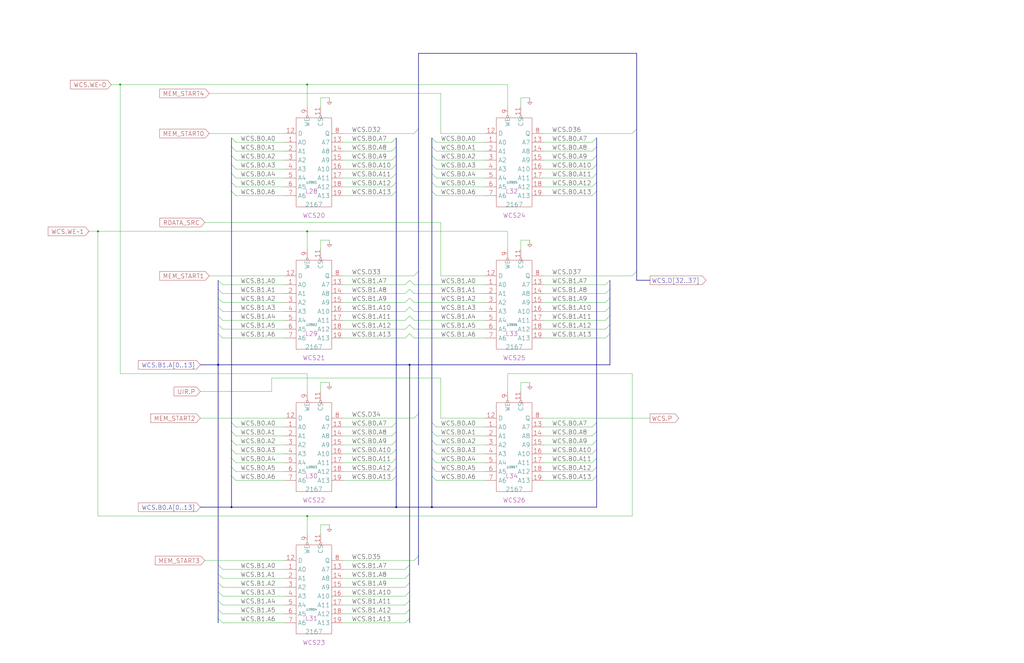
<source format=kicad_sch>
(kicad_sch (version 20230121) (generator eeschema)
  (paper "User" 584.2 378.46)
  (title_block (title "WRITABLE CONTROL STORE\\nBITS 32 to 37 AND PARITY") (date "20-MAR-90") (rev "1.0") (comment 1 "FIU") (comment 2 "232-003065") (comment 3 "S400") (comment 4 "RELEASED"))
  (lib_symbols
    (symbol "r1000:2167" (pin_names (offset 1.016))
      (property "Reference" "U" (at 2.54 5.08 0))
      (property "Value" "2167" (at -1.27 -7.62 0))
      (property "Location" "___" (at -1.27 0 0))
      (property "Name" "______" (at 3.81 -15.24 0))
      (symbol "2167_1_1"
        (rectangle (start -6.35 41.91) (end 13.97 -8.89))
        (circle (center 0 42.545) (radius 0.635))
        (circle (center 7.62 42.545) (radius 0.635))
        (pin input line (at -12.7 27.94 0) (length 6.35) (name "A0") (number "1"))
        (pin input line (at 7.62 48.26 270) (length 5.08) (name "CS") (number "11"))
        (pin input line (at -12.7 33.02 0) (length 6.35) (name "D") (number "12"))
        (pin input line (at 20.32 27.94 180) (length 6.35) (name "A7") (number "13"))
        (pin input line (at 20.32 22.86 180) (length 6.35) (name "A8") (number "14"))
        (pin input line (at 20.32 17.78 180) (length 6.35) (name "A9") (number "15"))
        (pin input line (at 20.32 12.7 180) (length 6.35) (name "A10") (number "16"))
        (pin input line (at 20.32 7.62 180) (length 6.35) (name "A11") (number "17"))
        (pin input line (at 20.32 2.54 180) (length 6.35) (name "A12") (number "18"))
        (pin input line (at 20.32 -2.54 180) (length 6.35) (name "A13") (number "19"))
        (pin input line (at -12.7 22.86 0) (length 6.35) (name "A1") (number "2"))
        (pin input line (at -12.7 17.78 0) (length 6.35) (name "A2") (number "3"))
        (pin input line (at -12.7 12.7 0) (length 6.35) (name "A3") (number "4"))
        (pin input line (at -12.7 7.62 0) (length 6.35) (name "A4") (number "5"))
        (pin input line (at -12.7 2.54 0) (length 6.35) (name "A5") (number "6"))
        (pin input line (at -12.7 -2.54 0) (length 6.35) (name "A6") (number "7"))
        (pin tri_state line (at 20.32 33.02 180) (length 6.35) (name "Q") (number "8"))
        (pin input line (at 0 48.26 270) (length 5.08) (name "WE") (number "9"))
      )
    )
    (symbol "r1000:PD" (power) (pin_numbers hide) (pin_names hide) (in_bom no)
      (symbol "PD_0_1"
        (polyline (pts (xy 0 -2.54) (xy 1.27 -2.54) (xy 0 -3.81) (xy -1.27 -2.54) (xy 0 -2.54)) (stroke (width 0.1524)))
      )
      (symbol "PD_1_1"
        (pin power_in line (at 0 0 270) (length 2.54) (name "PD") (number "1"))
      )
    )
  )
  (junction (at 68.58 48.26))
  (junction (at 226.06 289.56))
  (junction (at 246.38 289.56))
  (junction (at 175.26 132.08))
  (junction (at 55.88 132.08))
  (junction (at 175.26 294.64))
  (junction (at 132.08 289.56))
  (junction (at 233.68 208.28))
  (junction (at 124.46 208.28))
  (junction (at 175.26 48.26))
  (bus_entry (at 347.98 175.26) (size -2.54 2.54))
  (bus_entry (at 340.36 251.46) (size -2.54 2.54))
  (bus_entry (at 363.22 154.94) (size -2.54 2.54))
  (bus_entry (at 246.38 83.82) (size 2.54 2.54))
  (bus_entry (at 226.06 266.7) (size -2.54 2.54))
  (bus_entry (at 246.38 251.46) (size 2.54 2.54))
  (bus_entry (at 347.98 190.5) (size -2.54 2.54))
  (bus_entry (at 340.36 256.54) (size -2.54 2.54))
  (bus_entry (at 233.68 347.98) (size -2.54 2.54))
  (bus_entry (at 233.68 165.1) (size -2.54 2.54))
  (bus_entry (at 132.08 266.7) (size 2.54 2.54))
  (bus_entry (at 132.08 104.14) (size 2.54 2.54))
  (bus_entry (at 233.68 342.9) (size -2.54 2.54))
  (bus_entry (at 246.38 241.3) (size 2.54 2.54))
  (bus_entry (at 246.38 93.98) (size 2.54 2.54))
  (bus_entry (at 233.68 170.18) (size 2.54 2.54))
  (bus_entry (at 238.76 317.5) (size -2.54 2.54))
  (bus_entry (at 340.36 78.74) (size -2.54 2.54))
  (bus_entry (at 233.68 327.66) (size -2.54 2.54))
  (bus_entry (at 132.08 109.22) (size 2.54 2.54))
  (bus_entry (at 226.06 83.82) (size -2.54 2.54))
  (bus_entry (at 246.38 109.22) (size 2.54 2.54))
  (bus_entry (at 233.68 337.82) (size -2.54 2.54))
  (bus_entry (at 347.98 160.02) (size -2.54 2.54))
  (bus_entry (at 132.08 256.54) (size 2.54 2.54))
  (bus_entry (at 226.06 256.54) (size -2.54 2.54))
  (bus_entry (at 132.08 99.06) (size 2.54 2.54))
  (bus_entry (at 132.08 246.38) (size 2.54 2.54))
  (bus_entry (at 340.36 109.22) (size -2.54 2.54))
  (bus_entry (at 246.38 104.14) (size 2.54 2.54))
  (bus_entry (at 124.46 175.26) (size 2.54 2.54))
  (bus_entry (at 340.36 93.98) (size -2.54 2.54))
  (bus_entry (at 226.06 261.62) (size -2.54 2.54))
  (bus_entry (at 233.68 175.26) (size -2.54 2.54))
  (bus_entry (at 340.36 241.3) (size -2.54 2.54))
  (bus_entry (at 246.38 271.78) (size 2.54 2.54))
  (bus_entry (at 233.68 165.1) (size 2.54 2.54))
  (bus_entry (at 124.46 327.66) (size 2.54 2.54))
  (bus_entry (at 226.06 104.14) (size -2.54 2.54))
  (bus_entry (at 226.06 99.06) (size -2.54 2.54))
  (bus_entry (at 226.06 93.98) (size -2.54 2.54))
  (bus_entry (at 233.68 160.02) (size 2.54 2.54))
  (bus_entry (at 246.38 261.62) (size 2.54 2.54))
  (bus_entry (at 246.38 246.38) (size 2.54 2.54))
  (bus_entry (at 124.46 190.5) (size 2.54 2.54))
  (bus_entry (at 132.08 93.98) (size 2.54 2.54))
  (bus_entry (at 132.08 271.78) (size 2.54 2.54))
  (bus_entry (at 124.46 347.98) (size 2.54 2.54))
  (bus_entry (at 226.06 88.9) (size -2.54 2.54))
  (bus_entry (at 132.08 78.74) (size 2.54 2.54))
  (bus_entry (at 233.68 175.26) (size 2.54 2.54))
  (bus_entry (at 233.68 353.06) (size -2.54 2.54))
  (bus_entry (at 233.68 332.74) (size -2.54 2.54))
  (bus_entry (at 132.08 251.46) (size 2.54 2.54))
  (bus_entry (at 124.46 185.42) (size 2.54 2.54))
  (bus_entry (at 347.98 165.1) (size -2.54 2.54))
  (bus_entry (at 233.68 170.18) (size -2.54 2.54))
  (bus_entry (at 132.08 261.62) (size 2.54 2.54))
  (bus_entry (at 340.36 104.14) (size -2.54 2.54))
  (bus_entry (at 226.06 109.22) (size -2.54 2.54))
  (bus_entry (at 124.46 353.06) (size 2.54 2.54))
  (bus_entry (at 233.68 185.42) (size 2.54 2.54))
  (bus_entry (at 233.68 190.5) (size 2.54 2.54))
  (bus_entry (at 246.38 78.74) (size 2.54 2.54))
  (bus_entry (at 246.38 99.06) (size 2.54 2.54))
  (bus_entry (at 246.38 256.54) (size 2.54 2.54))
  (bus_entry (at 233.68 190.5) (size -2.54 2.54))
  (bus_entry (at 124.46 342.9) (size 2.54 2.54))
  (bus_entry (at 132.08 88.9) (size 2.54 2.54))
  (bus_entry (at 124.46 170.18) (size 2.54 2.54))
  (bus_entry (at 124.46 160.02) (size 2.54 2.54))
  (bus_entry (at 340.36 83.82) (size -2.54 2.54))
  (bus_entry (at 233.68 180.34) (size -2.54 2.54))
  (bus_entry (at 233.68 185.42) (size -2.54 2.54))
  (bus_entry (at 226.06 271.78) (size -2.54 2.54))
  (bus_entry (at 124.46 180.34) (size 2.54 2.54))
  (bus_entry (at 347.98 170.18) (size -2.54 2.54))
  (bus_entry (at 340.36 266.7) (size -2.54 2.54))
  (bus_entry (at 347.98 185.42) (size -2.54 2.54))
  (bus_entry (at 226.06 78.74) (size -2.54 2.54))
  (bus_entry (at 132.08 83.82) (size 2.54 2.54))
  (bus_entry (at 238.76 236.22) (size -2.54 2.54))
  (bus_entry (at 233.68 180.34) (size 2.54 2.54))
  (bus_entry (at 238.76 73.66) (size -2.54 2.54))
  (bus_entry (at 233.68 322.58) (size -2.54 2.54))
  (bus_entry (at 233.68 160.02) (size -2.54 2.54))
  (bus_entry (at 340.36 261.62) (size -2.54 2.54))
  (bus_entry (at 340.36 99.06) (size -2.54 2.54))
  (bus_entry (at 124.46 332.74) (size 2.54 2.54))
  (bus_entry (at 132.08 241.3) (size 2.54 2.54))
  (bus_entry (at 340.36 271.78) (size -2.54 2.54))
  (bus_entry (at 226.06 241.3) (size -2.54 2.54))
  (bus_entry (at 246.38 88.9) (size 2.54 2.54))
  (bus_entry (at 363.22 73.66) (size -2.54 2.54))
  (bus_entry (at 124.46 322.58) (size 2.54 2.54))
  (bus_entry (at 347.98 180.34) (size -2.54 2.54))
  (bus_entry (at 226.06 246.38) (size -2.54 2.54))
  (bus_entry (at 124.46 165.1) (size 2.54 2.54))
  (bus_entry (at 340.36 246.38) (size -2.54 2.54))
  (bus_entry (at 238.76 154.94) (size -2.54 2.54))
  (bus_entry (at 340.36 88.9) (size -2.54 2.54))
  (bus_entry (at 246.38 266.7) (size 2.54 2.54))
  (bus_entry (at 226.06 251.46) (size -2.54 2.54))
  (bus_entry (at 124.46 337.82) (size 2.54 2.54))
  (bus (pts (xy 340.36 99.06) (xy 340.36 104.14)))
  (bus (pts (xy 363.22 30.48) (xy 363.22 73.66)))
  (bus (pts (xy 226.06 256.54) (xy 226.06 261.62)))
  (wire (pts (xy 360.68 294.64) (xy 175.26 294.64)))
  (wire (pts (xy 309.88 172.72) (xy 345.44 172.72)))
  (wire (pts (xy 195.58 243.84) (xy 223.52 243.84)))
  (wire (pts (xy 134.62 86.36) (xy 162.56 86.36)))
  (wire (pts (xy 309.88 248.92) (xy 337.82 248.92)))
  (wire (pts (xy 119.38 157.48) (xy 162.56 157.48)))
  (wire (pts (xy 309.88 177.8) (xy 345.44 177.8)))
  (bus (pts (xy 340.36 251.46) (xy 340.36 256.54)))
  (bus (pts (xy 124.46 175.26) (xy 124.46 180.34)))
  (wire (pts (xy 116.84 320.04) (xy 162.56 320.04)))
  (wire (pts (xy 309.88 193.04) (xy 345.44 193.04)))
  (bus (pts (xy 347.98 170.18) (xy 347.98 175.26)))
  (wire (pts (xy 251.46 127) (xy 116.84 127)))
  (bus (pts (xy 114.3 289.56) (xy 132.08 289.56)))
  (wire (pts (xy 195.58 193.04) (xy 231.14 193.04)))
  (bus (pts (xy 132.08 109.22) (xy 132.08 241.3)))
  (wire (pts (xy 289.56 132.08) (xy 289.56 142.24)))
  (bus (pts (xy 246.38 251.46) (xy 246.38 256.54)))
  (wire (pts (xy 134.62 101.6) (xy 162.56 101.6)))
  (wire (pts (xy 175.26 48.26) (xy 68.58 48.26)))
  (bus (pts (xy 238.76 30.48) (xy 238.76 73.66)))
  (wire (pts (xy 175.26 132.08) (xy 175.26 142.24)))
  (bus (pts (xy 340.36 266.7) (xy 340.36 271.78)))
  (bus (pts (xy 226.06 83.82) (xy 226.06 88.9)))
  (wire (pts (xy 309.88 167.64) (xy 345.44 167.64)))
  (bus (pts (xy 238.76 236.22) (xy 238.76 317.5)))
  (bus (pts (xy 124.46 170.18) (xy 124.46 175.26)))
  (wire (pts (xy 127 172.72) (xy 162.56 172.72)))
  (wire (pts (xy 309.88 182.88) (xy 345.44 182.88)))
  (wire (pts (xy 50.8 132.08) (xy 55.88 132.08)))
  (wire (pts (xy 236.22 187.96) (xy 276.86 187.96)))
  (bus (pts (xy 233.68 342.9) (xy 233.68 347.98)))
  (wire (pts (xy 248.92 264.16) (xy 276.86 264.16)))
  (bus (pts (xy 347.98 180.34) (xy 347.98 185.42)))
  (wire (pts (xy 195.58 172.72) (xy 231.14 172.72)))
  (wire (pts (xy 134.62 81.28) (xy 162.56 81.28)))
  (bus (pts (xy 233.68 327.66) (xy 233.68 332.74)))
  (bus (pts (xy 347.98 165.1) (xy 347.98 170.18)))
  (wire (pts (xy 309.88 91.44) (xy 337.82 91.44)))
  (wire (pts (xy 195.58 345.44) (xy 231.14 345.44)))
  (wire (pts (xy 134.62 248.92) (xy 162.56 248.92)))
  (wire (pts (xy 248.92 81.28) (xy 276.86 81.28)))
  (bus (pts (xy 347.98 185.42) (xy 347.98 190.5)))
  (wire (pts (xy 195.58 81.28) (xy 223.52 81.28)))
  (bus (pts (xy 363.22 160.02) (xy 370.84 160.02)))
  (wire (pts (xy 134.62 274.32) (xy 162.56 274.32)))
  (bus (pts (xy 132.08 93.98) (xy 132.08 99.06)))
  (wire (pts (xy 127 325.12) (xy 162.56 325.12)))
  (bus (pts (xy 246.38 78.74) (xy 246.38 83.82)))
  (bus (pts (xy 226.06 78.74) (xy 226.06 83.82)))
  (wire (pts (xy 127 345.44) (xy 162.56 345.44)))
  (wire (pts (xy 248.92 86.36) (xy 276.86 86.36)))
  (wire (pts (xy 251.46 157.48) (xy 276.86 157.48)))
  (bus (pts (xy 132.08 289.56) (xy 226.06 289.56)))
  (wire (pts (xy 195.58 177.8) (xy 231.14 177.8)))
  (wire (pts (xy 134.62 254) (xy 162.56 254)))
  (wire (pts (xy 297.18 55.88) (xy 302.26 55.88)))
  (bus (pts (xy 132.08 104.14) (xy 132.08 109.22)))
  (wire (pts (xy 248.92 111.76) (xy 276.86 111.76)))
  (wire (pts (xy 236.22 177.8) (xy 276.86 177.8)))
  (bus (pts (xy 246.38 99.06) (xy 246.38 104.14)))
  (wire (pts (xy 251.46 238.76) (xy 276.86 238.76)))
  (wire (pts (xy 134.62 269.24) (xy 162.56 269.24)))
  (bus (pts (xy 363.22 73.66) (xy 363.22 154.94)))
  (bus (pts (xy 132.08 241.3) (xy 132.08 246.38)))
  (wire (pts (xy 236.22 182.88) (xy 276.86 182.88)))
  (wire (pts (xy 248.92 101.6) (xy 276.86 101.6)))
  (wire (pts (xy 134.62 264.16) (xy 162.56 264.16)))
  (bus (pts (xy 246.38 93.98) (xy 246.38 99.06)))
  (wire (pts (xy 195.58 187.96) (xy 231.14 187.96)))
  (bus (pts (xy 340.36 78.74) (xy 340.36 83.82)))
  (bus (pts (xy 226.06 271.78) (xy 226.06 289.56)))
  (wire (pts (xy 127 177.8) (xy 162.56 177.8)))
  (wire (pts (xy 297.18 142.24) (xy 297.18 137.16)))
  (wire (pts (xy 236.22 193.04) (xy 276.86 193.04)))
  (wire (pts (xy 309.88 259.08) (xy 337.82 259.08)))
  (wire (pts (xy 236.22 167.64) (xy 276.86 167.64)))
  (bus (pts (xy 132.08 246.38) (xy 132.08 251.46)))
  (bus (pts (xy 238.76 317.5) (xy 238.76 322.58)))
  (bus (pts (xy 233.68 208.28) (xy 233.68 322.58)))
  (bus (pts (xy 347.98 208.28) (xy 233.68 208.28)))
  (bus (pts (xy 124.46 180.34) (xy 124.46 185.42)))
  (wire (pts (xy 182.88 223.52) (xy 182.88 218.44)))
  (wire (pts (xy 236.22 172.72) (xy 276.86 172.72)))
  (wire (pts (xy 127 187.96) (xy 162.56 187.96)))
  (wire (pts (xy 127 340.36) (xy 162.56 340.36)))
  (wire (pts (xy 114.3 238.76) (xy 162.56 238.76)))
  (wire (pts (xy 309.88 243.84) (xy 337.82 243.84)))
  (bus (pts (xy 114.3 208.28) (xy 124.46 208.28)))
  (wire (pts (xy 154.94 223.52) (xy 154.94 215.9)))
  (wire (pts (xy 248.92 106.68) (xy 276.86 106.68)))
  (wire (pts (xy 175.26 304.8) (xy 175.26 294.64)))
  (bus (pts (xy 132.08 88.9) (xy 132.08 93.98)))
  (bus (pts (xy 347.98 160.02) (xy 347.98 165.1)))
  (wire (pts (xy 127 162.56) (xy 162.56 162.56)))
  (bus (pts (xy 226.06 246.38) (xy 226.06 251.46)))
  (wire (pts (xy 309.88 264.16) (xy 337.82 264.16)))
  (wire (pts (xy 154.94 215.9) (xy 251.46 215.9)))
  (bus (pts (xy 132.08 261.62) (xy 132.08 266.7)))
  (bus (pts (xy 246.38 256.54) (xy 246.38 261.62)))
  (bus (pts (xy 340.36 109.22) (xy 340.36 241.3)))
  (bus (pts (xy 226.06 266.7) (xy 226.06 271.78)))
  (wire (pts (xy 309.88 101.6) (xy 337.82 101.6)))
  (bus (pts (xy 238.76 30.48) (xy 363.22 30.48)))
  (wire (pts (xy 127 335.28) (xy 162.56 335.28)))
  (wire (pts (xy 289.56 213.36) (xy 360.68 213.36)))
  (bus (pts (xy 226.06 88.9) (xy 226.06 93.98)))
  (bus (pts (xy 226.06 251.46) (xy 226.06 256.54)))
  (bus (pts (xy 124.46 327.66) (xy 124.46 332.74)))
  (wire (pts (xy 248.92 91.44) (xy 276.86 91.44)))
  (bus (pts (xy 132.08 78.74) (xy 132.08 83.82)))
  (wire (pts (xy 182.88 299.72) (xy 187.96 299.72)))
  (wire (pts (xy 182.88 137.16) (xy 187.96 137.16)))
  (wire (pts (xy 289.56 48.26) (xy 175.26 48.26)))
  (wire (pts (xy 297.18 60.96) (xy 297.18 55.88)))
  (bus (pts (xy 124.46 185.42) (xy 124.46 190.5)))
  (wire (pts (xy 195.58 350.52) (xy 231.14 350.52)))
  (bus (pts (xy 340.36 241.3) (xy 340.36 246.38)))
  (wire (pts (xy 195.58 238.76) (xy 236.22 238.76)))
  (wire (pts (xy 309.88 274.32) (xy 337.82 274.32)))
  (wire (pts (xy 195.58 254) (xy 223.52 254)))
  (wire (pts (xy 68.58 48.26) (xy 68.58 213.36)))
  (bus (pts (xy 233.68 332.74) (xy 233.68 337.82)))
  (bus (pts (xy 340.36 93.98) (xy 340.36 99.06)))
  (bus (pts (xy 124.46 160.02) (xy 124.46 165.1)))
  (bus (pts (xy 124.46 322.58) (xy 124.46 327.66)))
  (wire (pts (xy 309.88 86.36) (xy 337.82 86.36)))
  (wire (pts (xy 195.58 76.2) (xy 236.22 76.2)))
  (wire (pts (xy 195.58 157.48) (xy 236.22 157.48)))
  (wire (pts (xy 195.58 269.24) (xy 223.52 269.24)))
  (bus (pts (xy 226.06 261.62) (xy 226.06 266.7)))
  (wire (pts (xy 127 330.2) (xy 162.56 330.2)))
  (wire (pts (xy 195.58 101.6) (xy 223.52 101.6)))
  (wire (pts (xy 175.26 294.64) (xy 55.88 294.64)))
  (bus (pts (xy 347.98 175.26) (xy 347.98 180.34)))
  (wire (pts (xy 182.88 142.24) (xy 182.88 137.16)))
  (bus (pts (xy 363.22 154.94) (xy 363.22 160.02)))
  (bus (pts (xy 226.06 289.56) (xy 246.38 289.56)))
  (wire (pts (xy 134.62 111.76) (xy 162.56 111.76)))
  (bus (pts (xy 233.68 353.06) (xy 233.68 355.6)))
  (wire (pts (xy 134.62 96.52) (xy 162.56 96.52)))
  (bus (pts (xy 246.38 241.3) (xy 246.38 246.38)))
  (bus (pts (xy 233.68 337.82) (xy 233.68 342.9)))
  (wire (pts (xy 195.58 167.64) (xy 231.14 167.64)))
  (bus (pts (xy 226.06 241.3) (xy 226.06 246.38)))
  (bus (pts (xy 124.46 208.28) (xy 124.46 322.58)))
  (bus (pts (xy 246.38 289.56) (xy 340.36 289.56)))
  (bus (pts (xy 246.38 88.9) (xy 246.38 93.98)))
  (bus (pts (xy 340.36 246.38) (xy 340.36 251.46)))
  (bus (pts (xy 246.38 266.7) (xy 246.38 271.78)))
  (wire (pts (xy 195.58 182.88) (xy 231.14 182.88)))
  (bus (pts (xy 233.68 347.98) (xy 233.68 353.06)))
  (bus (pts (xy 226.06 104.14) (xy 226.06 109.22)))
  (wire (pts (xy 309.88 254) (xy 337.82 254)))
  (wire (pts (xy 297.18 218.44) (xy 302.26 218.44)))
  (wire (pts (xy 309.88 111.76) (xy 337.82 111.76)))
  (bus (pts (xy 226.06 93.98) (xy 226.06 99.06)))
  (bus (pts (xy 124.46 347.98) (xy 124.46 353.06)))
  (wire (pts (xy 195.58 111.76) (xy 223.52 111.76)))
  (wire (pts (xy 134.62 106.68) (xy 162.56 106.68)))
  (wire (pts (xy 309.88 187.96) (xy 345.44 187.96)))
  (wire (pts (xy 127 355.6) (xy 162.56 355.6)))
  (wire (pts (xy 309.88 96.52) (xy 337.82 96.52)))
  (wire (pts (xy 195.58 259.08) (xy 223.52 259.08)))
  (bus (pts (xy 132.08 83.82) (xy 132.08 88.9)))
  (wire (pts (xy 127 350.52) (xy 162.56 350.52)))
  (wire (pts (xy 127 193.04) (xy 162.56 193.04)))
  (bus (pts (xy 238.76 154.94) (xy 238.76 236.22)))
  (wire (pts (xy 134.62 91.44) (xy 162.56 91.44)))
  (bus (pts (xy 246.38 83.82) (xy 246.38 88.9)))
  (wire (pts (xy 195.58 330.2) (xy 231.14 330.2)))
  (wire (pts (xy 248.92 254) (xy 276.86 254)))
  (wire (pts (xy 251.46 215.9) (xy 251.46 238.76)))
  (wire (pts (xy 248.92 269.24) (xy 276.86 269.24)))
  (wire (pts (xy 248.92 243.84) (xy 276.86 243.84)))
  (wire (pts (xy 175.26 132.08) (xy 289.56 132.08)))
  (bus (pts (xy 233.68 322.58) (xy 233.68 327.66)))
  (bus (pts (xy 233.68 208.28) (xy 124.46 208.28)))
  (wire (pts (xy 195.58 96.52) (xy 223.52 96.52)))
  (wire (pts (xy 297.18 223.52) (xy 297.18 218.44)))
  (wire (pts (xy 248.92 248.92) (xy 276.86 248.92)))
  (wire (pts (xy 195.58 335.28) (xy 231.14 335.28)))
  (wire (pts (xy 309.88 269.24) (xy 337.82 269.24)))
  (bus (pts (xy 340.36 104.14) (xy 340.36 109.22)))
  (bus (pts (xy 238.76 73.66) (xy 238.76 154.94)))
  (bus (pts (xy 246.38 261.62) (xy 246.38 266.7)))
  (bus (pts (xy 246.38 109.22) (xy 246.38 241.3)))
  (bus (pts (xy 132.08 266.7) (xy 132.08 271.78)))
  (wire (pts (xy 251.46 76.2) (xy 276.86 76.2)))
  (bus (pts (xy 340.36 271.78) (xy 340.36 289.56)))
  (bus (pts (xy 124.46 165.1) (xy 124.46 170.18)))
  (wire (pts (xy 251.46 53.34) (xy 119.38 53.34)))
  (wire (pts (xy 195.58 264.16) (xy 223.52 264.16)))
  (bus (pts (xy 132.08 99.06) (xy 132.08 104.14)))
  (wire (pts (xy 127 167.64) (xy 162.56 167.64)))
  (wire (pts (xy 195.58 340.36) (xy 231.14 340.36)))
  (wire (pts (xy 68.58 213.36) (xy 175.26 213.36)))
  (wire (pts (xy 195.58 86.36) (xy 223.52 86.36)))
  (wire (pts (xy 195.58 320.04) (xy 236.22 320.04)))
  (bus (pts (xy 340.36 88.9) (xy 340.36 93.98)))
  (wire (pts (xy 248.92 96.52) (xy 276.86 96.52)))
  (wire (pts (xy 195.58 162.56) (xy 231.14 162.56)))
  (wire (pts (xy 309.88 162.56) (xy 345.44 162.56)))
  (bus (pts (xy 124.46 342.9) (xy 124.46 347.98)))
  (wire (pts (xy 55.88 132.08) (xy 175.26 132.08)))
  (bus (pts (xy 124.46 353.06) (xy 124.46 355.6)))
  (wire (pts (xy 195.58 248.92) (xy 223.52 248.92)))
  (bus (pts (xy 340.36 83.82) (xy 340.36 88.9)))
  (wire (pts (xy 55.88 294.64) (xy 55.88 132.08)))
  (bus (pts (xy 124.46 190.5) (xy 124.46 208.28)))
  (wire (pts (xy 309.88 238.76) (xy 370.84 238.76)))
  (wire (pts (xy 309.88 106.68) (xy 337.82 106.68)))
  (wire (pts (xy 195.58 355.6) (xy 231.14 355.6)))
  (wire (pts (xy 182.88 55.88) (xy 187.96 55.88)))
  (bus (pts (xy 132.08 271.78) (xy 132.08 289.56)))
  (wire (pts (xy 309.88 76.2) (xy 360.68 76.2)))
  (bus (pts (xy 124.46 337.82) (xy 124.46 342.9)))
  (bus (pts (xy 226.06 99.06) (xy 226.06 104.14)))
  (wire (pts (xy 289.56 223.52) (xy 289.56 213.36)))
  (bus (pts (xy 246.38 104.14) (xy 246.38 109.22)))
  (wire (pts (xy 182.88 304.8) (xy 182.88 299.72)))
  (wire (pts (xy 175.26 213.36) (xy 175.26 223.52)))
  (wire (pts (xy 195.58 106.68) (xy 223.52 106.68)))
  (bus (pts (xy 124.46 332.74) (xy 124.46 337.82)))
  (bus (pts (xy 246.38 246.38) (xy 246.38 251.46)))
  (wire (pts (xy 134.62 243.84) (xy 162.56 243.84)))
  (bus (pts (xy 226.06 109.22) (xy 226.06 241.3)))
  (wire (pts (xy 195.58 91.44) (xy 223.52 91.44)))
  (wire (pts (xy 309.88 157.48) (xy 360.68 157.48)))
  (wire (pts (xy 114.3 223.52) (xy 154.94 223.52)))
  (wire (pts (xy 182.88 218.44) (xy 187.96 218.44)))
  (wire (pts (xy 127 182.88) (xy 162.56 182.88)))
  (wire (pts (xy 63.5 48.26) (xy 68.58 48.26)))
  (wire (pts (xy 248.92 274.32) (xy 276.86 274.32)))
  (bus (pts (xy 347.98 190.5) (xy 347.98 208.28)))
  (bus (pts (xy 246.38 271.78) (xy 246.38 289.56)))
  (wire (pts (xy 309.88 81.28) (xy 337.82 81.28)))
  (bus (pts (xy 132.08 251.46) (xy 132.08 256.54)))
  (wire (pts (xy 248.92 259.08) (xy 276.86 259.08)))
  (wire (pts (xy 119.38 76.2) (xy 162.56 76.2)))
  (bus (pts (xy 340.36 261.62) (xy 340.36 266.7)))
  (wire (pts (xy 182.88 60.96) (xy 182.88 55.88)))
  (wire (pts (xy 251.46 76.2) (xy 251.46 53.34)))
  (wire (pts (xy 195.58 274.32) (xy 223.52 274.32)))
  (bus (pts (xy 132.08 256.54) (xy 132.08 261.62)))
  (bus (pts (xy 340.36 256.54) (xy 340.36 261.62)))
  (wire (pts (xy 134.62 259.08) (xy 162.56 259.08)))
  (wire (pts (xy 175.26 48.26) (xy 175.26 60.96)))
  (wire (pts (xy 251.46 157.48) (xy 251.46 127)))
  (wire (pts (xy 195.58 325.12) (xy 231.14 325.12)))
  (wire (pts (xy 360.68 213.36) (xy 360.68 294.64)))
  (wire (pts (xy 297.18 137.16) (xy 302.26 137.16)))
  (wire (pts (xy 289.56 60.96) (xy 289.56 48.26)))
  (wire (pts (xy 236.22 162.56) (xy 276.86 162.56)))
  (label "WCS.B0.A0" (at 137.16 243.84 0) (effects (font (size 2.54 2.54))))
  (label "WCS.B0.A3" (at 137.16 259.08 0) (effects (font (size 2.54 2.54))))
  (label "WCS.B0.A5" (at 137.16 269.24 0) (effects (font (size 2.54 2.54))))
  (label "WCS.B1.A3" (at 251.46 177.8 0) (effects (font (size 2.54 2.54))))
  (label "WCS.B0.A10" (at 200.66 259.08 0) (effects (font (size 2.54 2.54))))
  (label "WCS.B0.A6" (at 137.16 111.76 0) (effects (font (size 2.54 2.54))))
  (label "WCS.B1.A1" (at 251.46 167.64 0) (effects (font (size 2.54 2.54))))
  (label "WCS.B0.A4" (at 137.16 101.6 0) (effects (font (size 2.54 2.54))))
  (label "WCS.B0.A13" (at 200.66 274.32 0) (effects (font (size 2.54 2.54))))
  (label "WCS.B1.A10" (at 314.96 177.8 0) (effects (font (size 2.54 2.54))))
  (label "WCS.B1.A8" (at 200.66 167.64 0) (effects (font (size 2.54 2.54))))
  (label "WCS.B0.A12" (at 200.66 106.68 0) (effects (font (size 2.54 2.54))))
  (label "WCS.B1.A3" (at 137.16 340.36 0) (effects (font (size 2.54 2.54))))
  (label "WCS.B1.A11" (at 314.96 182.88 0) (effects (font (size 2.54 2.54))))
  (label "WCS.B1.A2" (at 137.16 335.28 0) (effects (font (size 2.54 2.54))))
  (label "WCS.D33" (at 200.66 157.48 0) (effects (font (size 2.54 2.54))))
  (label "WCS.B0.A0" (at 251.46 243.84 0) (effects (font (size 2.54 2.54))))
  (label "WCS.B0.A3" (at 137.16 96.52 0) (effects (font (size 2.54 2.54))))
  (label "WCS.B1.A11" (at 200.66 182.88 0) (effects (font (size 2.54 2.54))))
  (label "WCS.B0.A11" (at 314.96 264.16 0) (effects (font (size 2.54 2.54))))
  (label "WCS.B1.A4" (at 137.16 182.88 0) (effects (font (size 2.54 2.54))))
  (label "WCS.B1.A8" (at 314.96 167.64 0) (effects (font (size 2.54 2.54))))
  (label "WCS.B0.A12" (at 314.96 106.68 0) (effects (font (size 2.54 2.54))))
  (label "WCS.B1.A6" (at 251.46 193.04 0) (effects (font (size 2.54 2.54))))
  (label "WCS.D36" (at 314.96 76.2 0) (effects (font (size 2.54 2.54))))
  (label "WCS.B0.A9" (at 314.96 91.44 0) (effects (font (size 2.54 2.54))))
  (label "WCS.B1.A11" (at 200.66 345.44 0) (effects (font (size 2.54 2.54))))
  (label "WCS.B1.A13" (at 200.66 355.6 0) (effects (font (size 2.54 2.54))))
  (label "WCS.B0.A5" (at 251.46 106.68 0) (effects (font (size 2.54 2.54))))
  (label "WCS.B0.A3" (at 251.46 259.08 0) (effects (font (size 2.54 2.54))))
  (label "WCS.D35" (at 200.66 320.04 0) (effects (font (size 2.54 2.54))))
  (label "WCS.B0.A13" (at 200.66 111.76 0) (effects (font (size 2.54 2.54))))
  (label "WCS.B1.A12" (at 314.96 187.96 0) (effects (font (size 2.54 2.54))))
  (label "WCS.B0.A10" (at 314.96 259.08 0) (effects (font (size 2.54 2.54))))
  (label "WCS.B1.A8" (at 200.66 330.2 0) (effects (font (size 2.54 2.54))))
  (label "WCS.B1.A10" (at 200.66 340.36 0) (effects (font (size 2.54 2.54))))
  (label "WCS.B0.A5" (at 251.46 269.24 0) (effects (font (size 2.54 2.54))))
  (label "WCS.B0.A6" (at 137.16 274.32 0) (effects (font (size 2.54 2.54))))
  (label "WCS.B0.A8" (at 314.96 248.92 0) (effects (font (size 2.54 2.54))))
  (label "WCS.D34" (at 200.66 238.76 0) (effects (font (size 2.54 2.54))))
  (label "WCS.B1.A9" (at 200.66 172.72 0) (effects (font (size 2.54 2.54))))
  (label "WCS.B1.A0" (at 251.46 162.56 0) (effects (font (size 2.54 2.54))))
  (label "WCS.B1.A5" (at 251.46 187.96 0) (effects (font (size 2.54 2.54))))
  (label "WCS.B0.A13" (at 314.96 274.32 0) (effects (font (size 2.54 2.54))))
  (label "WCS.B1.A6" (at 137.16 355.6 0) (effects (font (size 2.54 2.54))))
  (label "WCS.B0.A10" (at 314.96 96.52 0) (effects (font (size 2.54 2.54))))
  (label "WCS.B0.A7" (at 314.96 243.84 0) (effects (font (size 2.54 2.54))))
  (label "WCS.B1.A10" (at 200.66 177.8 0) (effects (font (size 2.54 2.54))))
  (label "WCS.B1.A5" (at 137.16 350.52 0) (effects (font (size 2.54 2.54))))
  (label "WCS.B1.A1" (at 137.16 167.64 0) (effects (font (size 2.54 2.54))))
  (label "WCS.B0.A13" (at 314.96 111.76 0) (effects (font (size 2.54 2.54))))
  (label "WCS.B0.A1" (at 251.46 248.92 0) (effects (font (size 2.54 2.54))))
  (label "WCS.B0.A4" (at 251.46 101.6 0) (effects (font (size 2.54 2.54))))
  (label "WCS.B0.A12" (at 200.66 269.24 0) (effects (font (size 2.54 2.54))))
  (label "WCS.B1.A9" (at 314.96 172.72 0) (effects (font (size 2.54 2.54))))
  (label "WCS.B1.A4" (at 137.16 345.44 0) (effects (font (size 2.54 2.54))))
  (label "WCS.B0.A1" (at 251.46 86.36 0) (effects (font (size 2.54 2.54))))
  (label "WCS.B0.A11" (at 200.66 101.6 0) (effects (font (size 2.54 2.54))))
  (label "WCS.B0.A0" (at 137.16 81.28 0) (effects (font (size 2.54 2.54))))
  (label "WCS.B0.A4" (at 251.46 264.16 0) (effects (font (size 2.54 2.54))))
  (label "WCS.B1.A4" (at 251.46 182.88 0) (effects (font (size 2.54 2.54))))
  (label "WCS.B0.A11" (at 200.66 264.16 0) (effects (font (size 2.54 2.54))))
  (label "WCS.B1.A7" (at 200.66 325.12 0) (effects (font (size 2.54 2.54))))
  (label "WCS.D37" (at 314.96 157.48 0) (effects (font (size 2.54 2.54))))
  (label "WCS.B0.A4" (at 137.16 264.16 0) (effects (font (size 2.54 2.54))))
  (label "WCS.D32" (at 200.66 76.2 0) (effects (font (size 2.54 2.54))))
  (label "WCS.B0.A6" (at 251.46 274.32 0) (effects (font (size 2.54 2.54))))
  (label "WCS.B0.A8" (at 314.96 86.36 0) (effects (font (size 2.54 2.54))))
  (label "WCS.B0.A7" (at 200.66 243.84 0) (effects (font (size 2.54 2.54))))
  (label "WCS.B0.A2" (at 137.16 254 0) (effects (font (size 2.54 2.54))))
  (label "WCS.B0.A5" (at 137.16 106.68 0) (effects (font (size 2.54 2.54))))
  (label "WCS.B0.A7" (at 200.66 81.28 0) (effects (font (size 2.54 2.54))))
  (label "WCS.B1.A7" (at 314.96 162.56 0) (effects (font (size 2.54 2.54))))
  (label "WCS.B0.A3" (at 251.46 96.52 0) (effects (font (size 2.54 2.54))))
  (label "WCS.B1.A0" (at 137.16 162.56 0) (effects (font (size 2.54 2.54))))
  (label "WCS.B0.A6" (at 251.46 111.76 0) (effects (font (size 2.54 2.54))))
  (label "WCS.B0.A1" (at 137.16 248.92 0) (effects (font (size 2.54 2.54))))
  (label "WCS.B0.A10" (at 200.66 96.52 0) (effects (font (size 2.54 2.54))))
  (label "WCS.B1.A13" (at 200.66 193.04 0) (effects (font (size 2.54 2.54))))
  (label "WCS.B1.A5" (at 137.16 187.96 0) (effects (font (size 2.54 2.54))))
  (label "WCS.B1.A9" (at 200.66 335.28 0) (effects (font (size 2.54 2.54))))
  (label "WCS.B1.A1" (at 137.16 330.2 0) (effects (font (size 2.54 2.54))))
  (label "WCS.B1.A2" (at 251.46 172.72 0) (effects (font (size 2.54 2.54))))
  (label "WCS.B1.A2" (at 137.16 172.72 0) (effects (font (size 2.54 2.54))))
  (label "WCS.B0.A7" (at 314.96 81.28 0) (effects (font (size 2.54 2.54))))
  (label "WCS.B0.A1" (at 137.16 86.36 0) (effects (font (size 2.54 2.54))))
  (label "WCS.B0.A2" (at 137.16 91.44 0) (effects (font (size 2.54 2.54))))
  (label "WCS.B0.A0" (at 251.46 81.28 0) (effects (font (size 2.54 2.54))))
  (label "WCS.B0.A2" (at 251.46 254 0) (effects (font (size 2.54 2.54))))
  (label "WCS.B1.A13" (at 314.96 193.04 0) (effects (font (size 2.54 2.54))))
  (label "WCS.B1.A0" (at 137.16 325.12 0) (effects (font (size 2.54 2.54))))
  (label "WCS.B1.A12" (at 200.66 187.96 0) (effects (font (size 2.54 2.54))))
  (label "WCS.B0.A2" (at 251.46 91.44 0) (effects (font (size 2.54 2.54))))
  (label "WCS.B0.A12" (at 314.96 269.24 0) (effects (font (size 2.54 2.54))))
  (label "WCS.B1.A12" (at 200.66 350.52 0) (effects (font (size 2.54 2.54))))
  (label "WCS.B0.A8" (at 200.66 248.92 0) (effects (font (size 2.54 2.54))))
  (label "WCS.B1.A3" (at 137.16 177.8 0) (effects (font (size 2.54 2.54))))
  (label "WCS.B0.A9" (at 200.66 91.44 0) (effects (font (size 2.54 2.54))))
  (label "WCS.B0.A8" (at 200.66 86.36 0) (effects (font (size 2.54 2.54))))
  (label "WCS.B1.A6" (at 137.16 193.04 0) (effects (font (size 2.54 2.54))))
  (label "WCS.B0.A9" (at 314.96 254 0) (effects (font (size 2.54 2.54))))
  (label "WCS.B0.A9" (at 200.66 254 0) (effects (font (size 2.54 2.54))))
  (label "WCS.B0.A11" (at 314.96 101.6 0) (effects (font (size 2.54 2.54))))
  (label "WCS.B1.A7" (at 200.66 162.56 0) (effects (font (size 2.54 2.54))))
  (global_label "WCS.B1.A[0..13]" (shape input) (at 114.3 208.28 180) (effects (font (size 2.54 2.54))) (property "Intersheetrefs" "${INTERSHEET_REFS}" (at 79.1845 208.1213 0) (effects (font (size 1.905 1.905)) (justify right))))
  (global_label "WCS.WE~0" (shape input) (at 63.5 48.26 180) (effects (font (size 2.54 2.54))) (property "Intersheetrefs" "${INTERSHEET_REFS}" (at 40.3588 48.1013 0) (effects (font (size 1.905 1.905)) (justify right))))
  (global_label "MEM_START3" (shape input) (at 116.84 320.04 180) (effects (font (size 2.54 2.54))) (property "Intersheetrefs" "${INTERSHEET_REFS}" (at 88.7397 319.8813 0) (effects (font (size 1.905 1.905)) (justify right))))
  (global_label "RDATA_SRC" (shape input) (at 116.84 127 180) (effects (font (size 2.54 2.54))) (property "Intersheetrefs" "${INTERSHEET_REFS}" (at 91.4007 126.8413 0) (effects (font (size 1.905 1.905)) (justify right))))
  (global_label "WCS.WE~1" (shape input) (at 50.8 132.08 180) (effects (font (size 2.54 2.54))) (property "Intersheetrefs" "${INTERSHEET_REFS}" (at 27.6588 131.9213 0) (effects (font (size 1.905 1.905)) (justify right))))
  (global_label "WCS.P" (shape output) (at 370.84 238.76 0) (effects (font (size 2.54 2.54))) (property "Intersheetrefs" "${INTERSHEET_REFS}" (at 387.0869 238.6013 0) (effects (font (size 1.905 1.905)) (justify left))))
  (global_label "MEM_START1" (shape input) (at 119.38 157.48 180) (effects (font (size 2.54 2.54))) (property "Intersheetrefs" "${INTERSHEET_REFS}" (at 91.2797 157.3213 0) (effects (font (size 1.905 1.905)) (justify right))))
  (global_label "MEM_START4" (shape input) (at 119.38 53.34 180) (effects (font (size 2.54 2.54))) (property "Intersheetrefs" "${INTERSHEET_REFS}" (at 91.2797 53.1813 0) (effects (font (size 1.905 1.905)) (justify right))))
  (global_label "MEM_START0" (shape input) (at 119.38 76.2 180) (effects (font (size 2.54 2.54))) (property "Intersheetrefs" "${INTERSHEET_REFS}" (at 91.2797 76.0413 0) (effects (font (size 1.905 1.905)) (justify right))))
  (global_label "WCS.D[32..37]" (shape output) (at 370.84 160.02 0) (effects (font (size 2.54 2.54))) (property "Intersheetrefs" "${INTERSHEET_REFS}" (at 402.5688 159.8613 0) (effects (font (size 1.905 1.905)) (justify left))))
  (global_label "UIR.P" (shape input) (at 114.3 223.52 180) (effects (font (size 2.54 2.54))) (property "Intersheetrefs" "${INTERSHEET_REFS}" (at 99.5045 223.3613 0) (effects (font (size 1.905 1.905)) (justify right))))
  (global_label "MEM_START2" (shape input) (at 114.3 238.76 180) (effects (font (size 2.54 2.54))) (property "Intersheetrefs" "${INTERSHEET_REFS}" (at 86.1997 238.6013 0) (effects (font (size 1.905 1.905)) (justify right))))
  (global_label "WCS.B0.A[0..13]" (shape input) (at 114.3 289.56 180) (effects (font (size 2.54 2.54))) (property "Intersheetrefs" "${INTERSHEET_REFS}" (at 79.1845 289.4013 0) (effects (font (size 1.905 1.905)) (justify right))))
  (symbol (lib_id "r1000:PD") (at 187.96 299.72 0) (unit 1) (in_bom no)
    (property "Reference" "#PWR03904" (effects hide))
    (property "Value" "PD" (effects hide))
  )
  (symbol (lib_id "r1000:2167") (at 175.26 271.78 0) (unit 1)
    (property "Reference" "U3903" (at 177.8 266.7 0))
    (property "Value" "2167" (at 173.99 279.4 0) (effects (font (size 2.54 2.54)) (justify left)))
    (property "Location" "L30" (at 173.99 271.78 0) (effects (font (size 2.54 2.54)) (justify left)))
    (property "Name" "WCS22" (at 179.07 287.02 0) (effects (font (size 2.54 2.54)) (justify bottom)))
  )
  (symbol (lib_id "r1000:2167") (at 289.56 190.5 0) (unit 1)
    (property "Reference" "U3906" (at 292.1 185.42 0))
    (property "Value" "2167" (at 288.29 198.12 0) (effects (font (size 2.54 2.54)) (justify left)))
    (property "Location" "L33" (at 288.29 190.5 0) (effects (font (size 2.54 2.54)) (justify left)))
    (property "Name" "WCS25" (at 293.37 205.74 0) (effects (font (size 2.54 2.54)) (justify bottom)))
  )
  (symbol (lib_id "r1000:PD") (at 187.96 218.44 0) (unit 1) (in_bom no)
    (property "Reference" "#PWR03903" (effects hide))
    (property "Value" "PD" (effects hide))
  )
  (symbol (lib_id "r1000:PD") (at 302.26 137.16 0) (unit 1) (in_bom no)
    (property "Reference" "#PWR03906" (effects hide))
    (property "Value" "PD" (effects hide))
  )
  (symbol (lib_id "r1000:PD") (at 302.26 55.88 0) (unit 1) (in_bom no)
    (property "Reference" "#PWR03905" (effects hide))
    (property "Value" "PD" (effects hide))
  )
  (symbol (lib_id "r1000:2167") (at 289.56 271.78 0) (unit 1)
    (property "Reference" "U3907" (at 292.1 266.7 0))
    (property "Value" "2167" (at 288.29 279.4 0) (effects (font (size 2.54 2.54)) (justify left)))
    (property "Location" "L34" (at 288.29 271.78 0) (effects (font (size 2.54 2.54)) (justify left)))
    (property "Name" "WCS26" (at 293.37 287.02 0) (effects (font (size 2.54 2.54)) (justify bottom)))
  )
  (symbol (lib_id "r1000:PD") (at 187.96 55.88 0) (unit 1) (in_bom no)
    (property "Reference" "#PWR03901" (effects hide))
    (property "Value" "PD" (effects hide))
  )
  (symbol (lib_id "r1000:2167") (at 175.26 353.06 0) (unit 1)
    (property "Reference" "U3904" (at 177.8 347.98 0))
    (property "Value" "2167" (at 173.99 360.68 0) (effects (font (size 2.54 2.54)) (justify left)))
    (property "Location" "L31" (at 173.99 353.06 0) (effects (font (size 2.54 2.54)) (justify left)))
    (property "Name" "WCS23" (at 179.07 368.3 0) (effects (font (size 2.54 2.54)) (justify bottom)))
  )
  (symbol (lib_id "r1000:PD") (at 187.96 137.16 0) (unit 1) (in_bom no)
    (property "Reference" "#PWR03902" (effects hide))
    (property "Value" "PD" (effects hide))
  )
  (symbol (lib_id "r1000:PD") (at 302.26 218.44 0) (unit 1) (in_bom no)
    (property "Reference" "#PWR03907" (effects hide))
    (property "Value" "PD" (effects hide))
  )
  (symbol (lib_id "r1000:2167") (at 289.56 109.22 0) (unit 1)
    (property "Reference" "U3905" (at 292.1 104.14 0))
    (property "Value" "2167" (at 288.29 116.84 0) (effects (font (size 2.54 2.54)) (justify left)))
    (property "Location" "L32" (at 288.29 109.22 0) (effects (font (size 2.54 2.54)) (justify left)))
    (property "Name" "WCS24" (at 293.37 124.46 0) (effects (font (size 2.54 2.54)) (justify bottom)))
  )
  (symbol (lib_id "r1000:2167") (at 175.26 109.22 0) (unit 1)
    (property "Reference" "U3901" (at 177.8 104.14 0))
    (property "Value" "2167" (at 173.99 116.84 0) (effects (font (size 2.54 2.54)) (justify left)))
    (property "Location" "L28" (at 173.99 109.22 0) (effects (font (size 2.54 2.54)) (justify left)))
    (property "Name" "WCS20" (at 179.07 124.46 0) (effects (font (size 2.54 2.54)) (justify bottom)))
  )
  (symbol (lib_id "r1000:2167") (at 175.26 190.5 0) (unit 1)
    (property "Reference" "U3902" (at 177.8 185.42 0))
    (property "Value" "2167" (at 173.99 198.12 0) (effects (font (size 2.54 2.54)) (justify left)))
    (property "Location" "L29" (at 173.99 190.5 0) (effects (font (size 2.54 2.54)) (justify left)))
    (property "Name" "WCS21" (at 179.07 205.74 0) (effects (font (size 2.54 2.54)) (justify bottom)))
  )
)
</source>
